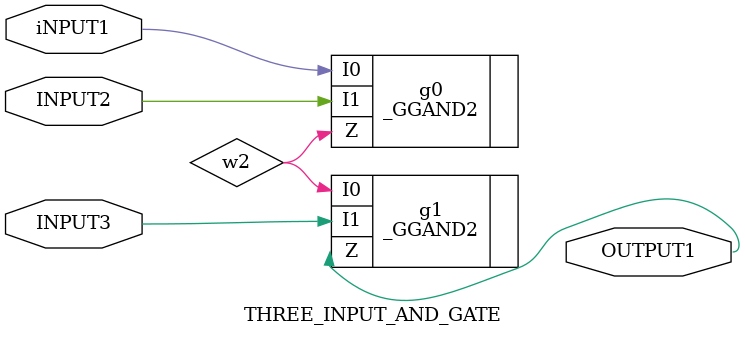
<source format=v>

`timescale 1ns/1ns

module main;    //: root_module
reg w4;    //: /sn:0 {0}(74,58)(155,58)(155,73)(179,73){1}
reg w8;    //: /sn:0 {0}(73,133)(179,133){1}
reg w9;    //: /sn:0 {0}(129,78)(111,78)(111,136){1}
//: {2}(113,138)(179,138){3}
//: {4}(111,140)(111,172){5}
wire w7;    //: /sn:0 {0}(200,136)(228,136)(228,112)(243,112){1}
wire w10;    //: /sn:0 {0}(296,110)(264,110){1}
wire w1;    //: /sn:0 {0}(145,78)(179,78){1}
wire w2;    //: /sn:0 {0}(200,76)(228,76)(228,107)(243,107){1}
//: enddecls

  //: LED g8 (w10) @(303,110) /sn:0 /R:3 /w:[ 0 ] /type:0
  //: SWITCH g4 (w4) @(57,58) /sn:0 /w:[ 0 ] /st:1 /dn:1
  _GGOR2 #(6) g3 (.I0(w2), .I1(w7), .Z(w10));   //: @(254,110) /sn:0 /w:[ 1 1 1 ]
  _GGAND2 #(6) g2 (.I0(w8), .I1(w9), .Z(w7));   //: @(190,136) /sn:0 /w:[ 1 3 0 ]
  _GGNBUF #(2) g1 (.I(w9), .Z(w1));   //: @(135,78) /sn:0 /w:[ 0 0 ]
  //: SWITCH g6 (w9) @(111,186) /sn:0 /R:1 /w:[ 5 ] /st:0 /dn:1
  //: comment g9 @(89,205) /sn:0
  //: /line:"Select Line (S0)"
  //: /end
  //: joint g7 (w9) @(111, 138) /w:[ 2 1 -1 4 ]
  //: SWITCH g5 (w8) @(56,133) /sn:0 /w:[ 0 ] /st:1 /dn:1
  _GGAND2 #(6) g0 (.I0(w4), .I1(w1), .Z(w2));   //: @(190,76) /sn:0 /w:[ 1 1 0 ]

endmodule
//: /netlistEnd

//: /netlistBegin THREE_INPUT_AND_GATE
module THREE_INPUT_AND_GATE(INPUT3, INPUT2, iNPUT1, OUTPUT1);
//: interface  /sz:(40, 40) /bd:[ ] /pd: 0 /pi: 0 /pe: 1 /pp: 1
input iNPUT1;    //: {0}(75,60)(50:114,60)(114,80)(129,80){1}
output OUTPUT1;    //: {0}(211,99)(50:251,99){1}
input INPUT3;    //: {0}(77,119)(50:175,119)(175,101)(190,101){1}
input INPUT2;    //: {0}(77,88)(50:114,88)(114,85)(129,85){1}
wire w2;    //: /sn:0 {0}(150,83)(174,83)(174,96)(190,96){1}
//: enddecls

  //: IN g4 (INPUT3) @(75,119) /sn:0 /w:[ 0 ]
  //: IN g3 (INPUT2) @(75,88) /sn:0 /w:[ 0 ]
  //: IN g2 (iNPUT1) @(73,60) /sn:0 /w:[ 0 ]
  _GGAND2 #(6) g1 (.I0(w2), .I1(INPUT3), .Z(OUTPUT1));   //: @(201,99) /sn:0 /w:[ 1 1 0 ]
  //: OUT g5 (OUTPUT1) @(248,99) /sn:0 /w:[ 1 ]
  _GGAND2 #(6) g0 (.I0(iNPUT1), .I1(INPUT2), .Z(w2));   //: @(140,83) /sn:0 /w:[ 1 1 0 ]

endmodule
//: /netlistEnd


</source>
